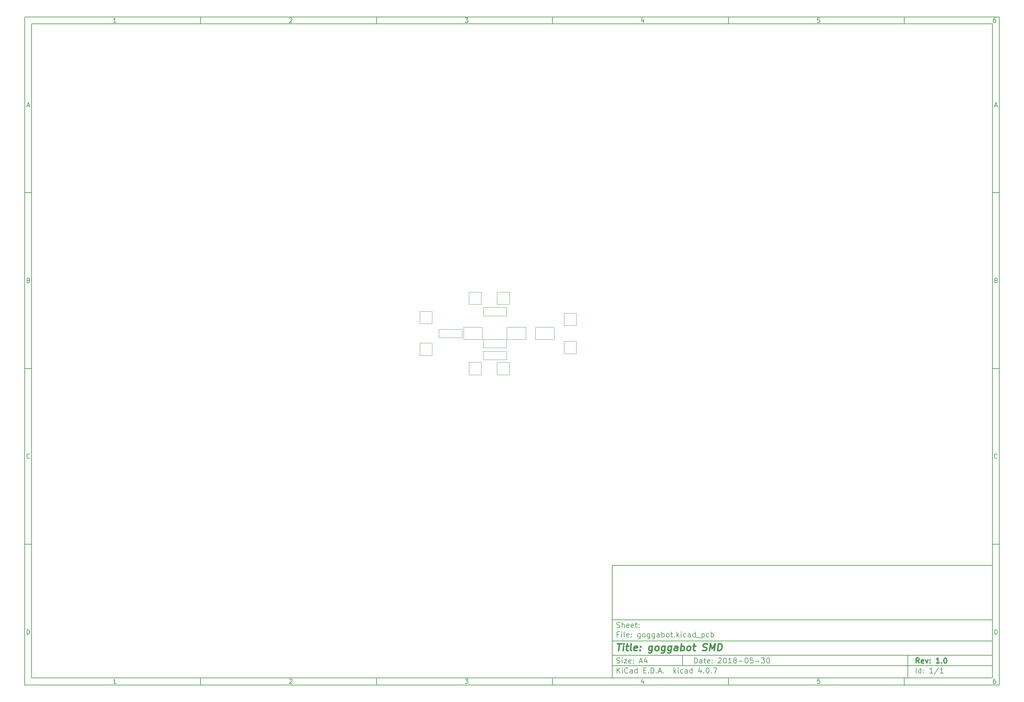
<source format=gbr>
G04 #@! TF.FileFunction,Other,User*
%FSLAX46Y46*%
G04 Gerber Fmt 4.6, Leading zero omitted, Abs format (unit mm)*
G04 Created by KiCad (PCBNEW 4.0.7) date 2018 May 30, Wednesday 19:48:18*
%MOMM*%
%LPD*%
G01*
G04 APERTURE LIST*
%ADD10C,0.100000*%
%ADD11C,0.150000*%
%ADD12C,0.300000*%
%ADD13C,0.400000*%
%ADD14C,0.050000*%
G04 APERTURE END LIST*
D10*
D11*
X177002200Y-166007200D02*
X177002200Y-198007200D01*
X285002200Y-198007200D01*
X285002200Y-166007200D01*
X177002200Y-166007200D01*
D10*
D11*
X10000000Y-10000000D02*
X10000000Y-200007200D01*
X287002200Y-200007200D01*
X287002200Y-10000000D01*
X10000000Y-10000000D01*
D10*
D11*
X12000000Y-12000000D02*
X12000000Y-198007200D01*
X285002200Y-198007200D01*
X285002200Y-12000000D01*
X12000000Y-12000000D01*
D10*
D11*
X60000000Y-12000000D02*
X60000000Y-10000000D01*
D10*
D11*
X110000000Y-12000000D02*
X110000000Y-10000000D01*
D10*
D11*
X160000000Y-12000000D02*
X160000000Y-10000000D01*
D10*
D11*
X210000000Y-12000000D02*
X210000000Y-10000000D01*
D10*
D11*
X260000000Y-12000000D02*
X260000000Y-10000000D01*
D10*
D11*
X35990476Y-11588095D02*
X35247619Y-11588095D01*
X35619048Y-11588095D02*
X35619048Y-10288095D01*
X35495238Y-10473810D01*
X35371429Y-10597619D01*
X35247619Y-10659524D01*
D10*
D11*
X85247619Y-10411905D02*
X85309524Y-10350000D01*
X85433333Y-10288095D01*
X85742857Y-10288095D01*
X85866667Y-10350000D01*
X85928571Y-10411905D01*
X85990476Y-10535714D01*
X85990476Y-10659524D01*
X85928571Y-10845238D01*
X85185714Y-11588095D01*
X85990476Y-11588095D01*
D10*
D11*
X135185714Y-10288095D02*
X135990476Y-10288095D01*
X135557143Y-10783333D01*
X135742857Y-10783333D01*
X135866667Y-10845238D01*
X135928571Y-10907143D01*
X135990476Y-11030952D01*
X135990476Y-11340476D01*
X135928571Y-11464286D01*
X135866667Y-11526190D01*
X135742857Y-11588095D01*
X135371429Y-11588095D01*
X135247619Y-11526190D01*
X135185714Y-11464286D01*
D10*
D11*
X185866667Y-10721429D02*
X185866667Y-11588095D01*
X185557143Y-10226190D02*
X185247619Y-11154762D01*
X186052381Y-11154762D01*
D10*
D11*
X235928571Y-10288095D02*
X235309524Y-10288095D01*
X235247619Y-10907143D01*
X235309524Y-10845238D01*
X235433333Y-10783333D01*
X235742857Y-10783333D01*
X235866667Y-10845238D01*
X235928571Y-10907143D01*
X235990476Y-11030952D01*
X235990476Y-11340476D01*
X235928571Y-11464286D01*
X235866667Y-11526190D01*
X235742857Y-11588095D01*
X235433333Y-11588095D01*
X235309524Y-11526190D01*
X235247619Y-11464286D01*
D10*
D11*
X285866667Y-10288095D02*
X285619048Y-10288095D01*
X285495238Y-10350000D01*
X285433333Y-10411905D01*
X285309524Y-10597619D01*
X285247619Y-10845238D01*
X285247619Y-11340476D01*
X285309524Y-11464286D01*
X285371429Y-11526190D01*
X285495238Y-11588095D01*
X285742857Y-11588095D01*
X285866667Y-11526190D01*
X285928571Y-11464286D01*
X285990476Y-11340476D01*
X285990476Y-11030952D01*
X285928571Y-10907143D01*
X285866667Y-10845238D01*
X285742857Y-10783333D01*
X285495238Y-10783333D01*
X285371429Y-10845238D01*
X285309524Y-10907143D01*
X285247619Y-11030952D01*
D10*
D11*
X60000000Y-198007200D02*
X60000000Y-200007200D01*
D10*
D11*
X110000000Y-198007200D02*
X110000000Y-200007200D01*
D10*
D11*
X160000000Y-198007200D02*
X160000000Y-200007200D01*
D10*
D11*
X210000000Y-198007200D02*
X210000000Y-200007200D01*
D10*
D11*
X260000000Y-198007200D02*
X260000000Y-200007200D01*
D10*
D11*
X35990476Y-199595295D02*
X35247619Y-199595295D01*
X35619048Y-199595295D02*
X35619048Y-198295295D01*
X35495238Y-198481010D01*
X35371429Y-198604819D01*
X35247619Y-198666724D01*
D10*
D11*
X85247619Y-198419105D02*
X85309524Y-198357200D01*
X85433333Y-198295295D01*
X85742857Y-198295295D01*
X85866667Y-198357200D01*
X85928571Y-198419105D01*
X85990476Y-198542914D01*
X85990476Y-198666724D01*
X85928571Y-198852438D01*
X85185714Y-199595295D01*
X85990476Y-199595295D01*
D10*
D11*
X135185714Y-198295295D02*
X135990476Y-198295295D01*
X135557143Y-198790533D01*
X135742857Y-198790533D01*
X135866667Y-198852438D01*
X135928571Y-198914343D01*
X135990476Y-199038152D01*
X135990476Y-199347676D01*
X135928571Y-199471486D01*
X135866667Y-199533390D01*
X135742857Y-199595295D01*
X135371429Y-199595295D01*
X135247619Y-199533390D01*
X135185714Y-199471486D01*
D10*
D11*
X185866667Y-198728629D02*
X185866667Y-199595295D01*
X185557143Y-198233390D02*
X185247619Y-199161962D01*
X186052381Y-199161962D01*
D10*
D11*
X235928571Y-198295295D02*
X235309524Y-198295295D01*
X235247619Y-198914343D01*
X235309524Y-198852438D01*
X235433333Y-198790533D01*
X235742857Y-198790533D01*
X235866667Y-198852438D01*
X235928571Y-198914343D01*
X235990476Y-199038152D01*
X235990476Y-199347676D01*
X235928571Y-199471486D01*
X235866667Y-199533390D01*
X235742857Y-199595295D01*
X235433333Y-199595295D01*
X235309524Y-199533390D01*
X235247619Y-199471486D01*
D10*
D11*
X285866667Y-198295295D02*
X285619048Y-198295295D01*
X285495238Y-198357200D01*
X285433333Y-198419105D01*
X285309524Y-198604819D01*
X285247619Y-198852438D01*
X285247619Y-199347676D01*
X285309524Y-199471486D01*
X285371429Y-199533390D01*
X285495238Y-199595295D01*
X285742857Y-199595295D01*
X285866667Y-199533390D01*
X285928571Y-199471486D01*
X285990476Y-199347676D01*
X285990476Y-199038152D01*
X285928571Y-198914343D01*
X285866667Y-198852438D01*
X285742857Y-198790533D01*
X285495238Y-198790533D01*
X285371429Y-198852438D01*
X285309524Y-198914343D01*
X285247619Y-199038152D01*
D10*
D11*
X10000000Y-60000000D02*
X12000000Y-60000000D01*
D10*
D11*
X10000000Y-110000000D02*
X12000000Y-110000000D01*
D10*
D11*
X10000000Y-160000000D02*
X12000000Y-160000000D01*
D10*
D11*
X10690476Y-35216667D02*
X11309524Y-35216667D01*
X10566667Y-35588095D02*
X11000000Y-34288095D01*
X11433333Y-35588095D01*
D10*
D11*
X11092857Y-84907143D02*
X11278571Y-84969048D01*
X11340476Y-85030952D01*
X11402381Y-85154762D01*
X11402381Y-85340476D01*
X11340476Y-85464286D01*
X11278571Y-85526190D01*
X11154762Y-85588095D01*
X10659524Y-85588095D01*
X10659524Y-84288095D01*
X11092857Y-84288095D01*
X11216667Y-84350000D01*
X11278571Y-84411905D01*
X11340476Y-84535714D01*
X11340476Y-84659524D01*
X11278571Y-84783333D01*
X11216667Y-84845238D01*
X11092857Y-84907143D01*
X10659524Y-84907143D01*
D10*
D11*
X11402381Y-135464286D02*
X11340476Y-135526190D01*
X11154762Y-135588095D01*
X11030952Y-135588095D01*
X10845238Y-135526190D01*
X10721429Y-135402381D01*
X10659524Y-135278571D01*
X10597619Y-135030952D01*
X10597619Y-134845238D01*
X10659524Y-134597619D01*
X10721429Y-134473810D01*
X10845238Y-134350000D01*
X11030952Y-134288095D01*
X11154762Y-134288095D01*
X11340476Y-134350000D01*
X11402381Y-134411905D01*
D10*
D11*
X10659524Y-185588095D02*
X10659524Y-184288095D01*
X10969048Y-184288095D01*
X11154762Y-184350000D01*
X11278571Y-184473810D01*
X11340476Y-184597619D01*
X11402381Y-184845238D01*
X11402381Y-185030952D01*
X11340476Y-185278571D01*
X11278571Y-185402381D01*
X11154762Y-185526190D01*
X10969048Y-185588095D01*
X10659524Y-185588095D01*
D10*
D11*
X287002200Y-60000000D02*
X285002200Y-60000000D01*
D10*
D11*
X287002200Y-110000000D02*
X285002200Y-110000000D01*
D10*
D11*
X287002200Y-160000000D02*
X285002200Y-160000000D01*
D10*
D11*
X285692676Y-35216667D02*
X286311724Y-35216667D01*
X285568867Y-35588095D02*
X286002200Y-34288095D01*
X286435533Y-35588095D01*
D10*
D11*
X286095057Y-84907143D02*
X286280771Y-84969048D01*
X286342676Y-85030952D01*
X286404581Y-85154762D01*
X286404581Y-85340476D01*
X286342676Y-85464286D01*
X286280771Y-85526190D01*
X286156962Y-85588095D01*
X285661724Y-85588095D01*
X285661724Y-84288095D01*
X286095057Y-84288095D01*
X286218867Y-84350000D01*
X286280771Y-84411905D01*
X286342676Y-84535714D01*
X286342676Y-84659524D01*
X286280771Y-84783333D01*
X286218867Y-84845238D01*
X286095057Y-84907143D01*
X285661724Y-84907143D01*
D10*
D11*
X286404581Y-135464286D02*
X286342676Y-135526190D01*
X286156962Y-135588095D01*
X286033152Y-135588095D01*
X285847438Y-135526190D01*
X285723629Y-135402381D01*
X285661724Y-135278571D01*
X285599819Y-135030952D01*
X285599819Y-134845238D01*
X285661724Y-134597619D01*
X285723629Y-134473810D01*
X285847438Y-134350000D01*
X286033152Y-134288095D01*
X286156962Y-134288095D01*
X286342676Y-134350000D01*
X286404581Y-134411905D01*
D10*
D11*
X285661724Y-185588095D02*
X285661724Y-184288095D01*
X285971248Y-184288095D01*
X286156962Y-184350000D01*
X286280771Y-184473810D01*
X286342676Y-184597619D01*
X286404581Y-184845238D01*
X286404581Y-185030952D01*
X286342676Y-185278571D01*
X286280771Y-185402381D01*
X286156962Y-185526190D01*
X285971248Y-185588095D01*
X285661724Y-185588095D01*
D10*
D11*
X200359343Y-193785771D02*
X200359343Y-192285771D01*
X200716486Y-192285771D01*
X200930771Y-192357200D01*
X201073629Y-192500057D01*
X201145057Y-192642914D01*
X201216486Y-192928629D01*
X201216486Y-193142914D01*
X201145057Y-193428629D01*
X201073629Y-193571486D01*
X200930771Y-193714343D01*
X200716486Y-193785771D01*
X200359343Y-193785771D01*
X202502200Y-193785771D02*
X202502200Y-193000057D01*
X202430771Y-192857200D01*
X202287914Y-192785771D01*
X202002200Y-192785771D01*
X201859343Y-192857200D01*
X202502200Y-193714343D02*
X202359343Y-193785771D01*
X202002200Y-193785771D01*
X201859343Y-193714343D01*
X201787914Y-193571486D01*
X201787914Y-193428629D01*
X201859343Y-193285771D01*
X202002200Y-193214343D01*
X202359343Y-193214343D01*
X202502200Y-193142914D01*
X203002200Y-192785771D02*
X203573629Y-192785771D01*
X203216486Y-192285771D02*
X203216486Y-193571486D01*
X203287914Y-193714343D01*
X203430772Y-193785771D01*
X203573629Y-193785771D01*
X204645057Y-193714343D02*
X204502200Y-193785771D01*
X204216486Y-193785771D01*
X204073629Y-193714343D01*
X204002200Y-193571486D01*
X204002200Y-193000057D01*
X204073629Y-192857200D01*
X204216486Y-192785771D01*
X204502200Y-192785771D01*
X204645057Y-192857200D01*
X204716486Y-193000057D01*
X204716486Y-193142914D01*
X204002200Y-193285771D01*
X205359343Y-193642914D02*
X205430771Y-193714343D01*
X205359343Y-193785771D01*
X205287914Y-193714343D01*
X205359343Y-193642914D01*
X205359343Y-193785771D01*
X205359343Y-192857200D02*
X205430771Y-192928629D01*
X205359343Y-193000057D01*
X205287914Y-192928629D01*
X205359343Y-192857200D01*
X205359343Y-193000057D01*
X207145057Y-192428629D02*
X207216486Y-192357200D01*
X207359343Y-192285771D01*
X207716486Y-192285771D01*
X207859343Y-192357200D01*
X207930772Y-192428629D01*
X208002200Y-192571486D01*
X208002200Y-192714343D01*
X207930772Y-192928629D01*
X207073629Y-193785771D01*
X208002200Y-193785771D01*
X208930771Y-192285771D02*
X209073628Y-192285771D01*
X209216485Y-192357200D01*
X209287914Y-192428629D01*
X209359343Y-192571486D01*
X209430771Y-192857200D01*
X209430771Y-193214343D01*
X209359343Y-193500057D01*
X209287914Y-193642914D01*
X209216485Y-193714343D01*
X209073628Y-193785771D01*
X208930771Y-193785771D01*
X208787914Y-193714343D01*
X208716485Y-193642914D01*
X208645057Y-193500057D01*
X208573628Y-193214343D01*
X208573628Y-192857200D01*
X208645057Y-192571486D01*
X208716485Y-192428629D01*
X208787914Y-192357200D01*
X208930771Y-192285771D01*
X210859342Y-193785771D02*
X210002199Y-193785771D01*
X210430771Y-193785771D02*
X210430771Y-192285771D01*
X210287914Y-192500057D01*
X210145056Y-192642914D01*
X210002199Y-192714343D01*
X211716485Y-192928629D02*
X211573627Y-192857200D01*
X211502199Y-192785771D01*
X211430770Y-192642914D01*
X211430770Y-192571486D01*
X211502199Y-192428629D01*
X211573627Y-192357200D01*
X211716485Y-192285771D01*
X212002199Y-192285771D01*
X212145056Y-192357200D01*
X212216485Y-192428629D01*
X212287913Y-192571486D01*
X212287913Y-192642914D01*
X212216485Y-192785771D01*
X212145056Y-192857200D01*
X212002199Y-192928629D01*
X211716485Y-192928629D01*
X211573627Y-193000057D01*
X211502199Y-193071486D01*
X211430770Y-193214343D01*
X211430770Y-193500057D01*
X211502199Y-193642914D01*
X211573627Y-193714343D01*
X211716485Y-193785771D01*
X212002199Y-193785771D01*
X212145056Y-193714343D01*
X212216485Y-193642914D01*
X212287913Y-193500057D01*
X212287913Y-193214343D01*
X212216485Y-193071486D01*
X212145056Y-193000057D01*
X212002199Y-192928629D01*
X212930770Y-193214343D02*
X214073627Y-193214343D01*
X215073627Y-192285771D02*
X215216484Y-192285771D01*
X215359341Y-192357200D01*
X215430770Y-192428629D01*
X215502199Y-192571486D01*
X215573627Y-192857200D01*
X215573627Y-193214343D01*
X215502199Y-193500057D01*
X215430770Y-193642914D01*
X215359341Y-193714343D01*
X215216484Y-193785771D01*
X215073627Y-193785771D01*
X214930770Y-193714343D01*
X214859341Y-193642914D01*
X214787913Y-193500057D01*
X214716484Y-193214343D01*
X214716484Y-192857200D01*
X214787913Y-192571486D01*
X214859341Y-192428629D01*
X214930770Y-192357200D01*
X215073627Y-192285771D01*
X216930770Y-192285771D02*
X216216484Y-192285771D01*
X216145055Y-193000057D01*
X216216484Y-192928629D01*
X216359341Y-192857200D01*
X216716484Y-192857200D01*
X216859341Y-192928629D01*
X216930770Y-193000057D01*
X217002198Y-193142914D01*
X217002198Y-193500057D01*
X216930770Y-193642914D01*
X216859341Y-193714343D01*
X216716484Y-193785771D01*
X216359341Y-193785771D01*
X216216484Y-193714343D01*
X216145055Y-193642914D01*
X217645055Y-193214343D02*
X218787912Y-193214343D01*
X219359341Y-192285771D02*
X220287912Y-192285771D01*
X219787912Y-192857200D01*
X220002198Y-192857200D01*
X220145055Y-192928629D01*
X220216484Y-193000057D01*
X220287912Y-193142914D01*
X220287912Y-193500057D01*
X220216484Y-193642914D01*
X220145055Y-193714343D01*
X220002198Y-193785771D01*
X219573626Y-193785771D01*
X219430769Y-193714343D01*
X219359341Y-193642914D01*
X221216483Y-192285771D02*
X221359340Y-192285771D01*
X221502197Y-192357200D01*
X221573626Y-192428629D01*
X221645055Y-192571486D01*
X221716483Y-192857200D01*
X221716483Y-193214343D01*
X221645055Y-193500057D01*
X221573626Y-193642914D01*
X221502197Y-193714343D01*
X221359340Y-193785771D01*
X221216483Y-193785771D01*
X221073626Y-193714343D01*
X221002197Y-193642914D01*
X220930769Y-193500057D01*
X220859340Y-193214343D01*
X220859340Y-192857200D01*
X220930769Y-192571486D01*
X221002197Y-192428629D01*
X221073626Y-192357200D01*
X221216483Y-192285771D01*
D10*
D11*
X177002200Y-194507200D02*
X285002200Y-194507200D01*
D10*
D11*
X178359343Y-196585771D02*
X178359343Y-195085771D01*
X179216486Y-196585771D02*
X178573629Y-195728629D01*
X179216486Y-195085771D02*
X178359343Y-195942914D01*
X179859343Y-196585771D02*
X179859343Y-195585771D01*
X179859343Y-195085771D02*
X179787914Y-195157200D01*
X179859343Y-195228629D01*
X179930771Y-195157200D01*
X179859343Y-195085771D01*
X179859343Y-195228629D01*
X181430772Y-196442914D02*
X181359343Y-196514343D01*
X181145057Y-196585771D01*
X181002200Y-196585771D01*
X180787915Y-196514343D01*
X180645057Y-196371486D01*
X180573629Y-196228629D01*
X180502200Y-195942914D01*
X180502200Y-195728629D01*
X180573629Y-195442914D01*
X180645057Y-195300057D01*
X180787915Y-195157200D01*
X181002200Y-195085771D01*
X181145057Y-195085771D01*
X181359343Y-195157200D01*
X181430772Y-195228629D01*
X182716486Y-196585771D02*
X182716486Y-195800057D01*
X182645057Y-195657200D01*
X182502200Y-195585771D01*
X182216486Y-195585771D01*
X182073629Y-195657200D01*
X182716486Y-196514343D02*
X182573629Y-196585771D01*
X182216486Y-196585771D01*
X182073629Y-196514343D01*
X182002200Y-196371486D01*
X182002200Y-196228629D01*
X182073629Y-196085771D01*
X182216486Y-196014343D01*
X182573629Y-196014343D01*
X182716486Y-195942914D01*
X184073629Y-196585771D02*
X184073629Y-195085771D01*
X184073629Y-196514343D02*
X183930772Y-196585771D01*
X183645058Y-196585771D01*
X183502200Y-196514343D01*
X183430772Y-196442914D01*
X183359343Y-196300057D01*
X183359343Y-195871486D01*
X183430772Y-195728629D01*
X183502200Y-195657200D01*
X183645058Y-195585771D01*
X183930772Y-195585771D01*
X184073629Y-195657200D01*
X185930772Y-195800057D02*
X186430772Y-195800057D01*
X186645058Y-196585771D02*
X185930772Y-196585771D01*
X185930772Y-195085771D01*
X186645058Y-195085771D01*
X187287915Y-196442914D02*
X187359343Y-196514343D01*
X187287915Y-196585771D01*
X187216486Y-196514343D01*
X187287915Y-196442914D01*
X187287915Y-196585771D01*
X188002201Y-196585771D02*
X188002201Y-195085771D01*
X188359344Y-195085771D01*
X188573629Y-195157200D01*
X188716487Y-195300057D01*
X188787915Y-195442914D01*
X188859344Y-195728629D01*
X188859344Y-195942914D01*
X188787915Y-196228629D01*
X188716487Y-196371486D01*
X188573629Y-196514343D01*
X188359344Y-196585771D01*
X188002201Y-196585771D01*
X189502201Y-196442914D02*
X189573629Y-196514343D01*
X189502201Y-196585771D01*
X189430772Y-196514343D01*
X189502201Y-196442914D01*
X189502201Y-196585771D01*
X190145058Y-196157200D02*
X190859344Y-196157200D01*
X190002201Y-196585771D02*
X190502201Y-195085771D01*
X191002201Y-196585771D01*
X191502201Y-196442914D02*
X191573629Y-196514343D01*
X191502201Y-196585771D01*
X191430772Y-196514343D01*
X191502201Y-196442914D01*
X191502201Y-196585771D01*
X194502201Y-196585771D02*
X194502201Y-195085771D01*
X194645058Y-196014343D02*
X195073629Y-196585771D01*
X195073629Y-195585771D02*
X194502201Y-196157200D01*
X195716487Y-196585771D02*
X195716487Y-195585771D01*
X195716487Y-195085771D02*
X195645058Y-195157200D01*
X195716487Y-195228629D01*
X195787915Y-195157200D01*
X195716487Y-195085771D01*
X195716487Y-195228629D01*
X197073630Y-196514343D02*
X196930773Y-196585771D01*
X196645059Y-196585771D01*
X196502201Y-196514343D01*
X196430773Y-196442914D01*
X196359344Y-196300057D01*
X196359344Y-195871486D01*
X196430773Y-195728629D01*
X196502201Y-195657200D01*
X196645059Y-195585771D01*
X196930773Y-195585771D01*
X197073630Y-195657200D01*
X198359344Y-196585771D02*
X198359344Y-195800057D01*
X198287915Y-195657200D01*
X198145058Y-195585771D01*
X197859344Y-195585771D01*
X197716487Y-195657200D01*
X198359344Y-196514343D02*
X198216487Y-196585771D01*
X197859344Y-196585771D01*
X197716487Y-196514343D01*
X197645058Y-196371486D01*
X197645058Y-196228629D01*
X197716487Y-196085771D01*
X197859344Y-196014343D01*
X198216487Y-196014343D01*
X198359344Y-195942914D01*
X199716487Y-196585771D02*
X199716487Y-195085771D01*
X199716487Y-196514343D02*
X199573630Y-196585771D01*
X199287916Y-196585771D01*
X199145058Y-196514343D01*
X199073630Y-196442914D01*
X199002201Y-196300057D01*
X199002201Y-195871486D01*
X199073630Y-195728629D01*
X199145058Y-195657200D01*
X199287916Y-195585771D01*
X199573630Y-195585771D01*
X199716487Y-195657200D01*
X202216487Y-195585771D02*
X202216487Y-196585771D01*
X201859344Y-195014343D02*
X201502201Y-196085771D01*
X202430773Y-196085771D01*
X203002201Y-196442914D02*
X203073629Y-196514343D01*
X203002201Y-196585771D01*
X202930772Y-196514343D01*
X203002201Y-196442914D01*
X203002201Y-196585771D01*
X204002201Y-195085771D02*
X204145058Y-195085771D01*
X204287915Y-195157200D01*
X204359344Y-195228629D01*
X204430773Y-195371486D01*
X204502201Y-195657200D01*
X204502201Y-196014343D01*
X204430773Y-196300057D01*
X204359344Y-196442914D01*
X204287915Y-196514343D01*
X204145058Y-196585771D01*
X204002201Y-196585771D01*
X203859344Y-196514343D01*
X203787915Y-196442914D01*
X203716487Y-196300057D01*
X203645058Y-196014343D01*
X203645058Y-195657200D01*
X203716487Y-195371486D01*
X203787915Y-195228629D01*
X203859344Y-195157200D01*
X204002201Y-195085771D01*
X205145058Y-196442914D02*
X205216486Y-196514343D01*
X205145058Y-196585771D01*
X205073629Y-196514343D01*
X205145058Y-196442914D01*
X205145058Y-196585771D01*
X205716487Y-195085771D02*
X206716487Y-195085771D01*
X206073630Y-196585771D01*
D10*
D11*
X177002200Y-191507200D02*
X285002200Y-191507200D01*
D10*
D12*
X264216486Y-193785771D02*
X263716486Y-193071486D01*
X263359343Y-193785771D02*
X263359343Y-192285771D01*
X263930771Y-192285771D01*
X264073629Y-192357200D01*
X264145057Y-192428629D01*
X264216486Y-192571486D01*
X264216486Y-192785771D01*
X264145057Y-192928629D01*
X264073629Y-193000057D01*
X263930771Y-193071486D01*
X263359343Y-193071486D01*
X265430771Y-193714343D02*
X265287914Y-193785771D01*
X265002200Y-193785771D01*
X264859343Y-193714343D01*
X264787914Y-193571486D01*
X264787914Y-193000057D01*
X264859343Y-192857200D01*
X265002200Y-192785771D01*
X265287914Y-192785771D01*
X265430771Y-192857200D01*
X265502200Y-193000057D01*
X265502200Y-193142914D01*
X264787914Y-193285771D01*
X266002200Y-192785771D02*
X266359343Y-193785771D01*
X266716485Y-192785771D01*
X267287914Y-193642914D02*
X267359342Y-193714343D01*
X267287914Y-193785771D01*
X267216485Y-193714343D01*
X267287914Y-193642914D01*
X267287914Y-193785771D01*
X267287914Y-192857200D02*
X267359342Y-192928629D01*
X267287914Y-193000057D01*
X267216485Y-192928629D01*
X267287914Y-192857200D01*
X267287914Y-193000057D01*
X269930771Y-193785771D02*
X269073628Y-193785771D01*
X269502200Y-193785771D02*
X269502200Y-192285771D01*
X269359343Y-192500057D01*
X269216485Y-192642914D01*
X269073628Y-192714343D01*
X270573628Y-193642914D02*
X270645056Y-193714343D01*
X270573628Y-193785771D01*
X270502199Y-193714343D01*
X270573628Y-193642914D01*
X270573628Y-193785771D01*
X271573628Y-192285771D02*
X271716485Y-192285771D01*
X271859342Y-192357200D01*
X271930771Y-192428629D01*
X272002200Y-192571486D01*
X272073628Y-192857200D01*
X272073628Y-193214343D01*
X272002200Y-193500057D01*
X271930771Y-193642914D01*
X271859342Y-193714343D01*
X271716485Y-193785771D01*
X271573628Y-193785771D01*
X271430771Y-193714343D01*
X271359342Y-193642914D01*
X271287914Y-193500057D01*
X271216485Y-193214343D01*
X271216485Y-192857200D01*
X271287914Y-192571486D01*
X271359342Y-192428629D01*
X271430771Y-192357200D01*
X271573628Y-192285771D01*
D10*
D11*
X178287914Y-193714343D02*
X178502200Y-193785771D01*
X178859343Y-193785771D01*
X179002200Y-193714343D01*
X179073629Y-193642914D01*
X179145057Y-193500057D01*
X179145057Y-193357200D01*
X179073629Y-193214343D01*
X179002200Y-193142914D01*
X178859343Y-193071486D01*
X178573629Y-193000057D01*
X178430771Y-192928629D01*
X178359343Y-192857200D01*
X178287914Y-192714343D01*
X178287914Y-192571486D01*
X178359343Y-192428629D01*
X178430771Y-192357200D01*
X178573629Y-192285771D01*
X178930771Y-192285771D01*
X179145057Y-192357200D01*
X179787914Y-193785771D02*
X179787914Y-192785771D01*
X179787914Y-192285771D02*
X179716485Y-192357200D01*
X179787914Y-192428629D01*
X179859342Y-192357200D01*
X179787914Y-192285771D01*
X179787914Y-192428629D01*
X180359343Y-192785771D02*
X181145057Y-192785771D01*
X180359343Y-193785771D01*
X181145057Y-193785771D01*
X182287914Y-193714343D02*
X182145057Y-193785771D01*
X181859343Y-193785771D01*
X181716486Y-193714343D01*
X181645057Y-193571486D01*
X181645057Y-193000057D01*
X181716486Y-192857200D01*
X181859343Y-192785771D01*
X182145057Y-192785771D01*
X182287914Y-192857200D01*
X182359343Y-193000057D01*
X182359343Y-193142914D01*
X181645057Y-193285771D01*
X183002200Y-193642914D02*
X183073628Y-193714343D01*
X183002200Y-193785771D01*
X182930771Y-193714343D01*
X183002200Y-193642914D01*
X183002200Y-193785771D01*
X183002200Y-192857200D02*
X183073628Y-192928629D01*
X183002200Y-193000057D01*
X182930771Y-192928629D01*
X183002200Y-192857200D01*
X183002200Y-193000057D01*
X184787914Y-193357200D02*
X185502200Y-193357200D01*
X184645057Y-193785771D02*
X185145057Y-192285771D01*
X185645057Y-193785771D01*
X186787914Y-192785771D02*
X186787914Y-193785771D01*
X186430771Y-192214343D02*
X186073628Y-193285771D01*
X187002200Y-193285771D01*
D10*
D11*
X263359343Y-196585771D02*
X263359343Y-195085771D01*
X264716486Y-196585771D02*
X264716486Y-195085771D01*
X264716486Y-196514343D02*
X264573629Y-196585771D01*
X264287915Y-196585771D01*
X264145057Y-196514343D01*
X264073629Y-196442914D01*
X264002200Y-196300057D01*
X264002200Y-195871486D01*
X264073629Y-195728629D01*
X264145057Y-195657200D01*
X264287915Y-195585771D01*
X264573629Y-195585771D01*
X264716486Y-195657200D01*
X265430772Y-196442914D02*
X265502200Y-196514343D01*
X265430772Y-196585771D01*
X265359343Y-196514343D01*
X265430772Y-196442914D01*
X265430772Y-196585771D01*
X265430772Y-195657200D02*
X265502200Y-195728629D01*
X265430772Y-195800057D01*
X265359343Y-195728629D01*
X265430772Y-195657200D01*
X265430772Y-195800057D01*
X268073629Y-196585771D02*
X267216486Y-196585771D01*
X267645058Y-196585771D02*
X267645058Y-195085771D01*
X267502201Y-195300057D01*
X267359343Y-195442914D01*
X267216486Y-195514343D01*
X269787914Y-195014343D02*
X268502200Y-196942914D01*
X271073629Y-196585771D02*
X270216486Y-196585771D01*
X270645058Y-196585771D02*
X270645058Y-195085771D01*
X270502201Y-195300057D01*
X270359343Y-195442914D01*
X270216486Y-195514343D01*
D10*
D11*
X177002200Y-187507200D02*
X285002200Y-187507200D01*
D10*
D13*
X178454581Y-188211962D02*
X179597438Y-188211962D01*
X178776010Y-190211962D02*
X179026010Y-188211962D01*
X180014105Y-190211962D02*
X180180771Y-188878629D01*
X180264105Y-188211962D02*
X180156962Y-188307200D01*
X180240295Y-188402438D01*
X180347439Y-188307200D01*
X180264105Y-188211962D01*
X180240295Y-188402438D01*
X180847438Y-188878629D02*
X181609343Y-188878629D01*
X181216486Y-188211962D02*
X181002200Y-189926248D01*
X181073630Y-190116724D01*
X181252201Y-190211962D01*
X181442677Y-190211962D01*
X182395058Y-190211962D02*
X182216487Y-190116724D01*
X182145057Y-189926248D01*
X182359343Y-188211962D01*
X183930772Y-190116724D02*
X183728391Y-190211962D01*
X183347439Y-190211962D01*
X183168867Y-190116724D01*
X183097438Y-189926248D01*
X183192676Y-189164343D01*
X183311724Y-188973867D01*
X183514105Y-188878629D01*
X183895057Y-188878629D01*
X184073629Y-188973867D01*
X184145057Y-189164343D01*
X184121248Y-189354819D01*
X183145057Y-189545295D01*
X184895057Y-190021486D02*
X184978392Y-190116724D01*
X184871248Y-190211962D01*
X184787915Y-190116724D01*
X184895057Y-190021486D01*
X184871248Y-190211962D01*
X185026010Y-188973867D02*
X185109344Y-189069105D01*
X185002200Y-189164343D01*
X184918867Y-189069105D01*
X185026010Y-188973867D01*
X185002200Y-189164343D01*
X188371248Y-188878629D02*
X188168867Y-190497676D01*
X188049820Y-190688152D01*
X187942677Y-190783390D01*
X187740296Y-190878629D01*
X187454582Y-190878629D01*
X187276010Y-190783390D01*
X188216487Y-190116724D02*
X188014106Y-190211962D01*
X187633154Y-190211962D01*
X187454583Y-190116724D01*
X187371248Y-190021486D01*
X187299820Y-189831010D01*
X187371248Y-189259581D01*
X187490296Y-189069105D01*
X187597440Y-188973867D01*
X187799820Y-188878629D01*
X188180772Y-188878629D01*
X188359344Y-188973867D01*
X189442678Y-190211962D02*
X189264107Y-190116724D01*
X189180772Y-190021486D01*
X189109344Y-189831010D01*
X189180772Y-189259581D01*
X189299820Y-189069105D01*
X189406964Y-188973867D01*
X189609344Y-188878629D01*
X189895058Y-188878629D01*
X190073630Y-188973867D01*
X190156963Y-189069105D01*
X190228391Y-189259581D01*
X190156963Y-189831010D01*
X190037915Y-190021486D01*
X189930773Y-190116724D01*
X189728392Y-190211962D01*
X189442678Y-190211962D01*
X191990296Y-188878629D02*
X191787915Y-190497676D01*
X191668868Y-190688152D01*
X191561725Y-190783390D01*
X191359344Y-190878629D01*
X191073630Y-190878629D01*
X190895058Y-190783390D01*
X191835535Y-190116724D02*
X191633154Y-190211962D01*
X191252202Y-190211962D01*
X191073631Y-190116724D01*
X190990296Y-190021486D01*
X190918868Y-189831010D01*
X190990296Y-189259581D01*
X191109344Y-189069105D01*
X191216488Y-188973867D01*
X191418868Y-188878629D01*
X191799820Y-188878629D01*
X191978392Y-188973867D01*
X193799820Y-188878629D02*
X193597439Y-190497676D01*
X193478392Y-190688152D01*
X193371249Y-190783390D01*
X193168868Y-190878629D01*
X192883154Y-190878629D01*
X192704582Y-190783390D01*
X193645059Y-190116724D02*
X193442678Y-190211962D01*
X193061726Y-190211962D01*
X192883155Y-190116724D01*
X192799820Y-190021486D01*
X192728392Y-189831010D01*
X192799820Y-189259581D01*
X192918868Y-189069105D01*
X193026012Y-188973867D01*
X193228392Y-188878629D01*
X193609344Y-188878629D01*
X193787916Y-188973867D01*
X195442678Y-190211962D02*
X195573630Y-189164343D01*
X195502202Y-188973867D01*
X195323630Y-188878629D01*
X194942678Y-188878629D01*
X194740297Y-188973867D01*
X195454583Y-190116724D02*
X195252202Y-190211962D01*
X194776012Y-190211962D01*
X194597440Y-190116724D01*
X194526011Y-189926248D01*
X194549821Y-189735771D01*
X194668868Y-189545295D01*
X194871250Y-189450057D01*
X195347440Y-189450057D01*
X195549821Y-189354819D01*
X196395059Y-190211962D02*
X196645059Y-188211962D01*
X196549821Y-188973867D02*
X196752202Y-188878629D01*
X197133154Y-188878629D01*
X197311726Y-188973867D01*
X197395059Y-189069105D01*
X197466487Y-189259581D01*
X197395059Y-189831010D01*
X197276011Y-190021486D01*
X197168869Y-190116724D01*
X196966488Y-190211962D01*
X196585536Y-190211962D01*
X196406964Y-190116724D01*
X198490298Y-190211962D02*
X198311727Y-190116724D01*
X198228392Y-190021486D01*
X198156964Y-189831010D01*
X198228392Y-189259581D01*
X198347440Y-189069105D01*
X198454584Y-188973867D01*
X198656964Y-188878629D01*
X198942678Y-188878629D01*
X199121250Y-188973867D01*
X199204583Y-189069105D01*
X199276011Y-189259581D01*
X199204583Y-189831010D01*
X199085535Y-190021486D01*
X198978393Y-190116724D01*
X198776012Y-190211962D01*
X198490298Y-190211962D01*
X199895059Y-188878629D02*
X200656964Y-188878629D01*
X200264107Y-188211962D02*
X200049821Y-189926248D01*
X200121251Y-190116724D01*
X200299822Y-190211962D01*
X200490298Y-190211962D01*
X202597441Y-190116724D02*
X202871251Y-190211962D01*
X203347441Y-190211962D01*
X203549822Y-190116724D01*
X203656964Y-190021486D01*
X203776013Y-189831010D01*
X203799822Y-189640533D01*
X203728393Y-189450057D01*
X203645060Y-189354819D01*
X203466488Y-189259581D01*
X203097441Y-189164343D01*
X202918870Y-189069105D01*
X202835536Y-188973867D01*
X202764107Y-188783390D01*
X202787917Y-188592914D01*
X202906964Y-188402438D01*
X203014108Y-188307200D01*
X203216489Y-188211962D01*
X203692679Y-188211962D01*
X203966489Y-188307200D01*
X204585536Y-190211962D02*
X204835536Y-188211962D01*
X205323631Y-189640533D01*
X206168870Y-188211962D01*
X205918870Y-190211962D01*
X206871250Y-190211962D02*
X207121250Y-188211962D01*
X207597441Y-188211962D01*
X207871250Y-188307200D01*
X208037917Y-188497676D01*
X208109346Y-188688152D01*
X208156965Y-189069105D01*
X208121251Y-189354819D01*
X207978394Y-189735771D01*
X207859345Y-189926248D01*
X207645060Y-190116724D01*
X207347441Y-190211962D01*
X206871250Y-190211962D01*
D10*
D11*
X178859343Y-185600057D02*
X178359343Y-185600057D01*
X178359343Y-186385771D02*
X178359343Y-184885771D01*
X179073629Y-184885771D01*
X179645057Y-186385771D02*
X179645057Y-185385771D01*
X179645057Y-184885771D02*
X179573628Y-184957200D01*
X179645057Y-185028629D01*
X179716485Y-184957200D01*
X179645057Y-184885771D01*
X179645057Y-185028629D01*
X180573629Y-186385771D02*
X180430771Y-186314343D01*
X180359343Y-186171486D01*
X180359343Y-184885771D01*
X181716485Y-186314343D02*
X181573628Y-186385771D01*
X181287914Y-186385771D01*
X181145057Y-186314343D01*
X181073628Y-186171486D01*
X181073628Y-185600057D01*
X181145057Y-185457200D01*
X181287914Y-185385771D01*
X181573628Y-185385771D01*
X181716485Y-185457200D01*
X181787914Y-185600057D01*
X181787914Y-185742914D01*
X181073628Y-185885771D01*
X182430771Y-186242914D02*
X182502199Y-186314343D01*
X182430771Y-186385771D01*
X182359342Y-186314343D01*
X182430771Y-186242914D01*
X182430771Y-186385771D01*
X182430771Y-185457200D02*
X182502199Y-185528629D01*
X182430771Y-185600057D01*
X182359342Y-185528629D01*
X182430771Y-185457200D01*
X182430771Y-185600057D01*
X184930771Y-185385771D02*
X184930771Y-186600057D01*
X184859342Y-186742914D01*
X184787914Y-186814343D01*
X184645057Y-186885771D01*
X184430771Y-186885771D01*
X184287914Y-186814343D01*
X184930771Y-186314343D02*
X184787914Y-186385771D01*
X184502200Y-186385771D01*
X184359342Y-186314343D01*
X184287914Y-186242914D01*
X184216485Y-186100057D01*
X184216485Y-185671486D01*
X184287914Y-185528629D01*
X184359342Y-185457200D01*
X184502200Y-185385771D01*
X184787914Y-185385771D01*
X184930771Y-185457200D01*
X185859343Y-186385771D02*
X185716485Y-186314343D01*
X185645057Y-186242914D01*
X185573628Y-186100057D01*
X185573628Y-185671486D01*
X185645057Y-185528629D01*
X185716485Y-185457200D01*
X185859343Y-185385771D01*
X186073628Y-185385771D01*
X186216485Y-185457200D01*
X186287914Y-185528629D01*
X186359343Y-185671486D01*
X186359343Y-186100057D01*
X186287914Y-186242914D01*
X186216485Y-186314343D01*
X186073628Y-186385771D01*
X185859343Y-186385771D01*
X187645057Y-185385771D02*
X187645057Y-186600057D01*
X187573628Y-186742914D01*
X187502200Y-186814343D01*
X187359343Y-186885771D01*
X187145057Y-186885771D01*
X187002200Y-186814343D01*
X187645057Y-186314343D02*
X187502200Y-186385771D01*
X187216486Y-186385771D01*
X187073628Y-186314343D01*
X187002200Y-186242914D01*
X186930771Y-186100057D01*
X186930771Y-185671486D01*
X187002200Y-185528629D01*
X187073628Y-185457200D01*
X187216486Y-185385771D01*
X187502200Y-185385771D01*
X187645057Y-185457200D01*
X189002200Y-185385771D02*
X189002200Y-186600057D01*
X188930771Y-186742914D01*
X188859343Y-186814343D01*
X188716486Y-186885771D01*
X188502200Y-186885771D01*
X188359343Y-186814343D01*
X189002200Y-186314343D02*
X188859343Y-186385771D01*
X188573629Y-186385771D01*
X188430771Y-186314343D01*
X188359343Y-186242914D01*
X188287914Y-186100057D01*
X188287914Y-185671486D01*
X188359343Y-185528629D01*
X188430771Y-185457200D01*
X188573629Y-185385771D01*
X188859343Y-185385771D01*
X189002200Y-185457200D01*
X190359343Y-186385771D02*
X190359343Y-185600057D01*
X190287914Y-185457200D01*
X190145057Y-185385771D01*
X189859343Y-185385771D01*
X189716486Y-185457200D01*
X190359343Y-186314343D02*
X190216486Y-186385771D01*
X189859343Y-186385771D01*
X189716486Y-186314343D01*
X189645057Y-186171486D01*
X189645057Y-186028629D01*
X189716486Y-185885771D01*
X189859343Y-185814343D01*
X190216486Y-185814343D01*
X190359343Y-185742914D01*
X191073629Y-186385771D02*
X191073629Y-184885771D01*
X191073629Y-185457200D02*
X191216486Y-185385771D01*
X191502200Y-185385771D01*
X191645057Y-185457200D01*
X191716486Y-185528629D01*
X191787915Y-185671486D01*
X191787915Y-186100057D01*
X191716486Y-186242914D01*
X191645057Y-186314343D01*
X191502200Y-186385771D01*
X191216486Y-186385771D01*
X191073629Y-186314343D01*
X192645058Y-186385771D02*
X192502200Y-186314343D01*
X192430772Y-186242914D01*
X192359343Y-186100057D01*
X192359343Y-185671486D01*
X192430772Y-185528629D01*
X192502200Y-185457200D01*
X192645058Y-185385771D01*
X192859343Y-185385771D01*
X193002200Y-185457200D01*
X193073629Y-185528629D01*
X193145058Y-185671486D01*
X193145058Y-186100057D01*
X193073629Y-186242914D01*
X193002200Y-186314343D01*
X192859343Y-186385771D01*
X192645058Y-186385771D01*
X193573629Y-185385771D02*
X194145058Y-185385771D01*
X193787915Y-184885771D02*
X193787915Y-186171486D01*
X193859343Y-186314343D01*
X194002201Y-186385771D01*
X194145058Y-186385771D01*
X194645058Y-186242914D02*
X194716486Y-186314343D01*
X194645058Y-186385771D01*
X194573629Y-186314343D01*
X194645058Y-186242914D01*
X194645058Y-186385771D01*
X195359344Y-186385771D02*
X195359344Y-184885771D01*
X195502201Y-185814343D02*
X195930772Y-186385771D01*
X195930772Y-185385771D02*
X195359344Y-185957200D01*
X196573630Y-186385771D02*
X196573630Y-185385771D01*
X196573630Y-184885771D02*
X196502201Y-184957200D01*
X196573630Y-185028629D01*
X196645058Y-184957200D01*
X196573630Y-184885771D01*
X196573630Y-185028629D01*
X197930773Y-186314343D02*
X197787916Y-186385771D01*
X197502202Y-186385771D01*
X197359344Y-186314343D01*
X197287916Y-186242914D01*
X197216487Y-186100057D01*
X197216487Y-185671486D01*
X197287916Y-185528629D01*
X197359344Y-185457200D01*
X197502202Y-185385771D01*
X197787916Y-185385771D01*
X197930773Y-185457200D01*
X199216487Y-186385771D02*
X199216487Y-185600057D01*
X199145058Y-185457200D01*
X199002201Y-185385771D01*
X198716487Y-185385771D01*
X198573630Y-185457200D01*
X199216487Y-186314343D02*
X199073630Y-186385771D01*
X198716487Y-186385771D01*
X198573630Y-186314343D01*
X198502201Y-186171486D01*
X198502201Y-186028629D01*
X198573630Y-185885771D01*
X198716487Y-185814343D01*
X199073630Y-185814343D01*
X199216487Y-185742914D01*
X200573630Y-186385771D02*
X200573630Y-184885771D01*
X200573630Y-186314343D02*
X200430773Y-186385771D01*
X200145059Y-186385771D01*
X200002201Y-186314343D01*
X199930773Y-186242914D01*
X199859344Y-186100057D01*
X199859344Y-185671486D01*
X199930773Y-185528629D01*
X200002201Y-185457200D01*
X200145059Y-185385771D01*
X200430773Y-185385771D01*
X200573630Y-185457200D01*
X200930773Y-186528629D02*
X202073630Y-186528629D01*
X202430773Y-185385771D02*
X202430773Y-186885771D01*
X202430773Y-185457200D02*
X202573630Y-185385771D01*
X202859344Y-185385771D01*
X203002201Y-185457200D01*
X203073630Y-185528629D01*
X203145059Y-185671486D01*
X203145059Y-186100057D01*
X203073630Y-186242914D01*
X203002201Y-186314343D01*
X202859344Y-186385771D01*
X202573630Y-186385771D01*
X202430773Y-186314343D01*
X204430773Y-186314343D02*
X204287916Y-186385771D01*
X204002202Y-186385771D01*
X203859344Y-186314343D01*
X203787916Y-186242914D01*
X203716487Y-186100057D01*
X203716487Y-185671486D01*
X203787916Y-185528629D01*
X203859344Y-185457200D01*
X204002202Y-185385771D01*
X204287916Y-185385771D01*
X204430773Y-185457200D01*
X205073630Y-186385771D02*
X205073630Y-184885771D01*
X205073630Y-185457200D02*
X205216487Y-185385771D01*
X205502201Y-185385771D01*
X205645058Y-185457200D01*
X205716487Y-185528629D01*
X205787916Y-185671486D01*
X205787916Y-186100057D01*
X205716487Y-186242914D01*
X205645058Y-186314343D01*
X205502201Y-186385771D01*
X205216487Y-186385771D01*
X205073630Y-186314343D01*
D10*
D11*
X177002200Y-181507200D02*
X285002200Y-181507200D01*
D10*
D11*
X178287914Y-183614343D02*
X178502200Y-183685771D01*
X178859343Y-183685771D01*
X179002200Y-183614343D01*
X179073629Y-183542914D01*
X179145057Y-183400057D01*
X179145057Y-183257200D01*
X179073629Y-183114343D01*
X179002200Y-183042914D01*
X178859343Y-182971486D01*
X178573629Y-182900057D01*
X178430771Y-182828629D01*
X178359343Y-182757200D01*
X178287914Y-182614343D01*
X178287914Y-182471486D01*
X178359343Y-182328629D01*
X178430771Y-182257200D01*
X178573629Y-182185771D01*
X178930771Y-182185771D01*
X179145057Y-182257200D01*
X179787914Y-183685771D02*
X179787914Y-182185771D01*
X180430771Y-183685771D02*
X180430771Y-182900057D01*
X180359342Y-182757200D01*
X180216485Y-182685771D01*
X180002200Y-182685771D01*
X179859342Y-182757200D01*
X179787914Y-182828629D01*
X181716485Y-183614343D02*
X181573628Y-183685771D01*
X181287914Y-183685771D01*
X181145057Y-183614343D01*
X181073628Y-183471486D01*
X181073628Y-182900057D01*
X181145057Y-182757200D01*
X181287914Y-182685771D01*
X181573628Y-182685771D01*
X181716485Y-182757200D01*
X181787914Y-182900057D01*
X181787914Y-183042914D01*
X181073628Y-183185771D01*
X183002199Y-183614343D02*
X182859342Y-183685771D01*
X182573628Y-183685771D01*
X182430771Y-183614343D01*
X182359342Y-183471486D01*
X182359342Y-182900057D01*
X182430771Y-182757200D01*
X182573628Y-182685771D01*
X182859342Y-182685771D01*
X183002199Y-182757200D01*
X183073628Y-182900057D01*
X183073628Y-183042914D01*
X182359342Y-183185771D01*
X183502199Y-182685771D02*
X184073628Y-182685771D01*
X183716485Y-182185771D02*
X183716485Y-183471486D01*
X183787913Y-183614343D01*
X183930771Y-183685771D01*
X184073628Y-183685771D01*
X184573628Y-183542914D02*
X184645056Y-183614343D01*
X184573628Y-183685771D01*
X184502199Y-183614343D01*
X184573628Y-183542914D01*
X184573628Y-183685771D01*
X184573628Y-182757200D02*
X184645056Y-182828629D01*
X184573628Y-182900057D01*
X184502199Y-182828629D01*
X184573628Y-182757200D01*
X184573628Y-182900057D01*
D10*
D11*
X197002200Y-191507200D02*
X197002200Y-194507200D01*
D10*
D11*
X261002200Y-191507200D02*
X261002200Y-198007200D01*
D14*
X155100000Y-98250000D02*
X160500000Y-98250000D01*
X160500000Y-98250000D02*
X160500000Y-101750000D01*
X160500000Y-101750000D02*
X155100000Y-101750000D01*
X155100000Y-101750000D02*
X155100000Y-98250000D01*
X144250000Y-88250000D02*
X144250000Y-91750000D01*
X147750000Y-88250000D02*
X147750000Y-91750000D01*
X144250000Y-88250000D02*
X147750000Y-88250000D01*
X144250000Y-91750000D02*
X147750000Y-91750000D01*
X144250000Y-108250000D02*
X144250000Y-111750000D01*
X147750000Y-108250000D02*
X147750000Y-111750000D01*
X144250000Y-108250000D02*
X147750000Y-108250000D01*
X144250000Y-111750000D02*
X147750000Y-111750000D01*
X140300000Y-105100000D02*
X146900000Y-105100000D01*
X140300000Y-107500000D02*
X146900000Y-107500000D01*
X140300000Y-105100000D02*
X140300000Y-107500000D01*
X146900000Y-105100000D02*
X146900000Y-107500000D01*
X134300000Y-101200000D02*
X127700000Y-101200000D01*
X134300000Y-98800000D02*
X127700000Y-98800000D01*
X134300000Y-101200000D02*
X134300000Y-98800000D01*
X127700000Y-101200000D02*
X127700000Y-98800000D01*
X122250000Y-102750000D02*
X122250000Y-106250000D01*
X125750000Y-102750000D02*
X125750000Y-106250000D01*
X122250000Y-102750000D02*
X125750000Y-102750000D01*
X122250000Y-106250000D02*
X125750000Y-106250000D01*
X122250000Y-93750000D02*
X122250000Y-97250000D01*
X125750000Y-93750000D02*
X125750000Y-97250000D01*
X122250000Y-93750000D02*
X125750000Y-93750000D01*
X122250000Y-97250000D02*
X125750000Y-97250000D01*
X163250000Y-102250000D02*
X163250000Y-105750000D01*
X166750000Y-102250000D02*
X166750000Y-105750000D01*
X163250000Y-102250000D02*
X166750000Y-102250000D01*
X163250000Y-105750000D02*
X166750000Y-105750000D01*
X146900000Y-104100000D02*
X140300000Y-104100000D01*
X146900000Y-101700000D02*
X140300000Y-101700000D01*
X146900000Y-104100000D02*
X146900000Y-101700000D01*
X140300000Y-104100000D02*
X140300000Y-101700000D01*
X140300000Y-92600000D02*
X146900000Y-92600000D01*
X140300000Y-95000000D02*
X146900000Y-95000000D01*
X140300000Y-92600000D02*
X140300000Y-95000000D01*
X146900000Y-92600000D02*
X146900000Y-95000000D01*
X163250000Y-94250000D02*
X163250000Y-97750000D01*
X166750000Y-94250000D02*
X166750000Y-97750000D01*
X163250000Y-94250000D02*
X166750000Y-94250000D01*
X163250000Y-97750000D02*
X166750000Y-97750000D01*
X136250000Y-108250000D02*
X136250000Y-111750000D01*
X139750000Y-108250000D02*
X139750000Y-111750000D01*
X136250000Y-108250000D02*
X139750000Y-108250000D01*
X136250000Y-111750000D02*
X139750000Y-111750000D01*
X136250000Y-88250000D02*
X136250000Y-91750000D01*
X139750000Y-88250000D02*
X139750000Y-91750000D01*
X136250000Y-88250000D02*
X139750000Y-88250000D01*
X136250000Y-91750000D02*
X139750000Y-91750000D01*
X140100000Y-101750000D02*
X134700000Y-101750000D01*
X134700000Y-101750000D02*
X134700000Y-98250000D01*
X134700000Y-98250000D02*
X140100000Y-98250000D01*
X140100000Y-98250000D02*
X140100000Y-101750000D01*
X147000000Y-98250000D02*
X152400000Y-98250000D01*
X152400000Y-98250000D02*
X152400000Y-101750000D01*
X152400000Y-101750000D02*
X147000000Y-101750000D01*
X147000000Y-101750000D02*
X147000000Y-98250000D01*
M02*

</source>
